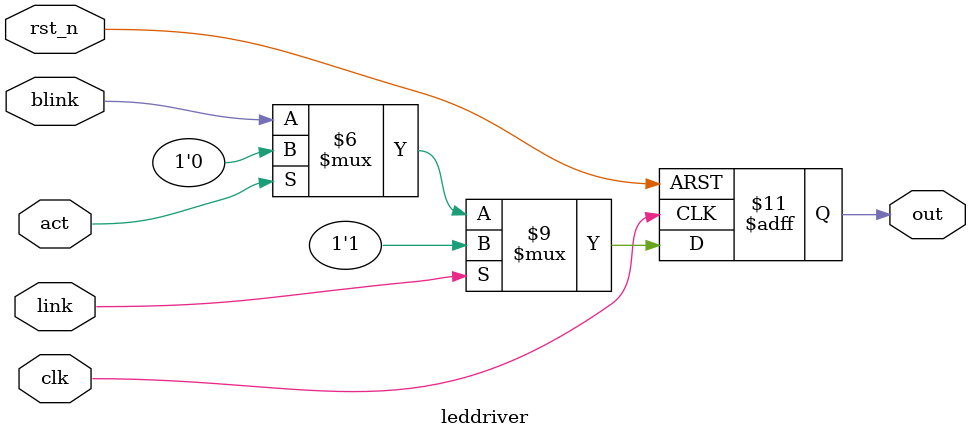
<source format=v>
module leddetect (
	clk,
	rst_n,
	link,
	act,
	blink,
	led0,
	led1,
	led2,
	led3,
	led4,
	led5,
	led6,
	led7
);
input clk;
input rst_n;
input blink;
input [7:0] link;
input [7:0] act;
output led0;
output led1;
output led2;
output led3;
output led4;
output led5;
output led6;
output led7;
leddriver led_out0 (
	.clk(clk),
	.rst_n(rst_n),
	.blink(blink),
	.link(link[0]),
	.act(act[0]),
	.out(led0)
);
leddriver led_out1 (
	.clk(clk),
	.rst_n(rst_n),
	.blink(blink),
	.link(link[1]),
	.act(act[1]),
	.out(led1)
);
leddriver led_out2 (
	.clk(clk),
	.rst_n(rst_n),
	.blink(blink),
	.link(link[2]),
	.act(act[2]),
	.out(led2)
);
leddriver led_out3 (
	.clk(clk),
	.rst_n(rst_n),
	.blink(blink),
	.link(link[3]),
	.act(act[3]),
	.out(led3)
);
leddriver led_out4 (
	.clk(clk),
	.rst_n(rst_n),
	.blink(blink),
	.link(link[4]),
	.act(act[4]),
	.out(led4)
);
leddriver led_out5 (
	.clk(clk),
	.rst_n(rst_n),
	.blink(blink),
	.link(link[5]),
	.act(act[5]),
	.out(led5)
);
leddriver led_out6 (
	.clk(clk),
	.rst_n(rst_n),
	.blink(blink),
	.link(link[6]),
	.act(act[6]),
	.out(led6)
);
leddriver led_out7 (
	.clk(clk),
	.rst_n(rst_n),
	.blink(blink),
	.link(link[7]),
	.act(act[7]),
	.out(led7)
);
endmodule
module leddriver (
	clk,
	rst_n,
	blink,
	link,
	act,
	out
);
input	clk;
input	rst_n;
input	blink;
input	link;
input	act;
output	out;
reg	out;
always @(posedge clk or negedge rst_n)
begin
	if(~rst_n)
	begin
		out <= 1'b1;
	end
	else if(link==1'b1)
	begin
		out <= 1'b1;
	end
	else if(act==1'b1)
	begin
		out <= 1'b0;
	end
	else
	begin
		out <= blink;
	end
end
endmodule
</source>
